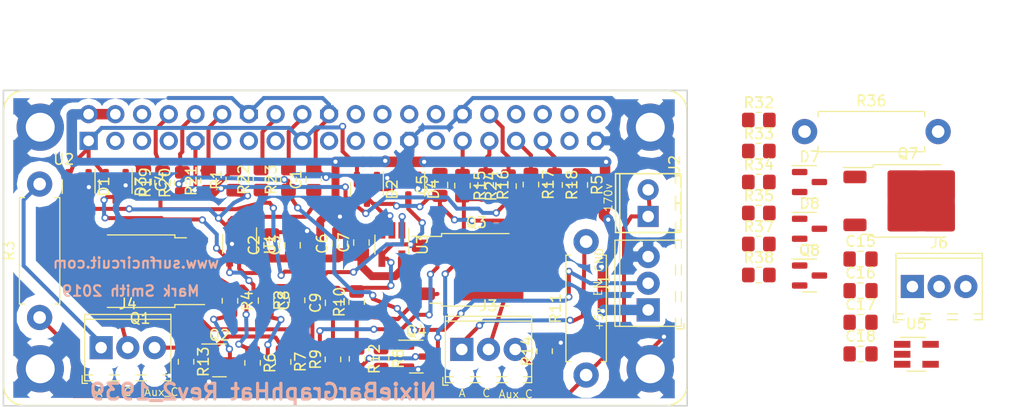
<source format=kicad_pcb>
(kicad_pcb (version 20221018) (generator pcbnew)
  (layers (0 "F.Cu" signal) (31 "B.Cu" signal) (34 "B.Paste" user) (35 "F.Paste" user) (36 "B.SilkS" user "B.Silkscreen") (37 "F.SilkS" user "F.Silkscreen") (38 "B.Mask" user) (39 "F.Mask" user) (44 "Edge.Cuts" user))
  (net 0 "")
  (net 1 "GND")
  (net 2 "+5V")
  (net 3 "+3V3")
  (net 4 "Net-(C8-Pad1)")
  (net 5 "Net-(C9-Pad1)")
  (net 6 "Net-(C9-Pad2)")
  (net 7 "N_ENABLE_SUPPLY")
  (net 8 "+170V")
  (net 9 "Net-(J3-Pad3)")
  (net 10 "Net-(J3-Pad1)")
  (net 11 "Net-(J3-Pad2)")
  (net 12 "Net-(J4-Pad3)")
  (net 13 "Net-(J4-Pad1)")
  (net 14 "Net-(J4-Pad2)")
  (net 15 "PWM_0")
  (net 16 "PWM_1")
  (net 17 "PWM_0_50Hz")
  (net 18 "PWM_1_50Hz")
  (net 19 "Net-(R15-Pad1)")
  (net 20 "Net-(R24-Pad2)")
  (net 21 "Net-(D1-common)")
  (net 22 "Net-(D2-common)")
  (net 23 "Net-(D3-common)")
  (net 24 "Net-(D4-common)")
  (net 25 "Net-(D7-common)")
  (net 26 "Net-(C17-Pad1)")
  (net 27 "Net-(D8-common)")
  (net 28 "Net-(Q3-D)")
  (net 29 "Net-(Q1-D)")
  (net 30 "Net-(J6-Pad1)")
  (net 31 "Net-(Q7-D)")
  (net 32 "Net-(J6-Pad3)")
  (net 33 "Net-(Q1-G)")
  (net 34 "Net-(Q1-S)")
  (net 35 "Net-(Q2-G)")
  (net 36 "Net-(Q2-D)")
  (net 37 "Net-(Q3-G)")
  (net 38 "Net-(Q3-S)")
  (net 39 "Net-(Q4-G)")
  (net 40 "Net-(Q4-D)")
  (net 41 "Net-(Q7-G)")
  (net 42 "Net-(Q7-S)")
  (net 43 "Net-(Q8-G)")
  (net 44 "Net-(Q8-D)")
  (net 45 "PWM_2")
  (net 46 "Net-(U2-P31)")
  (net 47 "Net-(U2-P33)")
  (net 48 "Net-(U2-P35)")
  (net 49 "Net-(U2-P8)")
  (net 50 "Net-(U2-P10)")
  (net 51 "Net-(U2-P12)")
  (net 52 "Net-(U2-P16)")
  (net 53 "Net-(U2-P18)")
  (net 54 "Net-(U2-P29)")
  (net 55 "PWM_2_50Hz")
  (net 56 "Net-(U2-P32)")
  (footprint "Capacitor_SMD:C_0805_2012Metric_Pad1.18x1.45mm_HandSolder" (layer "F.Cu") (at 132.8932 93.9518 90)
    (fp_text reference "C1")
    (fp_text value "3.3nF")
  )
  (footprint "Capacitor_SMD:C_0805_2012Metric_Pad1.18x1.45mm_HandSolder" (layer "F.Cu") (at 128.8927 100.2383 90)
    (fp_text reference "C2")
    (fp_text value "0.1uF")
  )
  (footprint "Capacitor_SMD:C_0805_2012Metric_Pad1.18x1.45mm_HandSolder" (layer "F.Cu") (at 130.8739 100.2383 90)
    (fp_text reference "C3")
    (fp_text value "1uF")
  )
  (footprint "Capacitor_SMD:C_0805_2012Metric_Pad1.18x1.45mm_HandSolder" (layer "F.Cu") (at 116.71 94.2 -90)
    (fp_text reference "C4")
    (fp_text value "1uF")
  )
  (footprint "Capacitor_SMD:C_0805_2012Metric_Pad1.18x1.45mm_HandSolder" (layer "F.Cu") (at 144.89 94.49 90)
    (fp_text reference "C5")
    (fp_text value "3.3nF")
  )
  (footprint "Capacitor_SMD:C_0805_2012Metric_Pad1.18x1.45mm_HandSolder" (layer "F.Cu") (at 135.3697 100.0859 90)
    (fp_text reference "C6")
    (fp_text value "0.1uF")
  )
  (footprint "Capacitor_SMD:C_0805_2012Metric_Pad1.18x1.45mm_HandSolder" (layer "F.Cu") (at 137.4271 99.9716 90)
    (fp_text reference "C7")
    (fp_text value "1uF")
  )
  (footprint "Capacitor_SMD:C_0805_2012Metric_Pad1.18x1.45mm_HandSolder" (layer "F.Cu") (at 128.36184 105.49864 -90)
    (fp_text reference "C8")
    (fp_text value "1nF")
  )
  (footprint "Capacitor_SMD:C_0805_2012Metric_Pad1.18x1.45mm_HandSolder" (layer "F.Cu") (at 134.73978 105.71708 90)
    (fp_text reference "C9")
    (fp_text value "1nF")
  )
  (footprint "Package_TO_SOT_SMD:SOT-23" (layer "F.Cu") (at 110.54 94.65 -90)
    (fp_text reference "D1")
    (fp_text value "BAV99")
  )
  (footprint "Package_TO_SOT_SMD:SOT-23" (layer "F.Cu") (at 137.95288 94.91192 -90)
    (fp_text reference "D2")
    (fp_text value "BAV99")
  )
  (footprint "Package_TO_SOT_SMD:SOT-23" (layer "F.Cu") (at 114.06 94.64 -90)
    (fp_text reference "D3")
    (fp_text value "BAV99")
  )
  (footprint "Package_TO_SOT_SMD:SOT-23" (layer "F.Cu") (at 141.8848 94.89668 -90)
    (fp_text reference "D4")
    (fp_text value "BAV99")
  )
  (footprint "TerminalBlock_Phoenix:TerminalBlock_Phoenix_MPT-0,5-3-2.54_1x03_P2.54mm_Horizontal" (layer "F.Cu") (at 164.69 106.39 90)
    (fp_text reference "J1")
    (fp_text value "Screw_Terminal_1x03")
  )
  (footprint "TerminalBlock_Phoenix:TerminalBlock_Phoenix_MPT-2.54mm_2pol" (layer "F.Cu") (at 164.69 97.49 90)
    (fp_text reference "J2")
    (fp_text value "Screw_Terminal_1x02")
  )
  (footprint "TerminalBlock_Phoenix:TerminalBlock_Phoenix_MPT-0,5-3-2.54_1x03_P2.54mm_Horizontal" (layer "F.Cu") (at 146.97 110.15)
    (fp_text reference "J3")
    (fp_text value "Screw_Terminal_1x03")
  )
  (footprint "TerminalBlock_Phoenix:TerminalBlock_Phoenix_MPT-0,5-3-2.54_1x03_P2.54mm_Horizontal" (layer "F.Cu") (at 112.6748 109.9792)
    (fp_text reference "J4")
    (fp_text value "Screw_Terminal_1x03")
  )
  (footprint "Package_TO_SOT_SMD:TO-252-2" (layer "F.Cu") (at 116.38 102.7 180)
    (fp_text reference "Q1")
    (fp_text value "FDD7N25LZTM")
  )
  (footprint "Package_TO_SOT_SMD:SOT-23" (layer "F.Cu") (at 123.927 111.19332)
    (fp_text reference "Q2")
    (fp_text value "2N7002")
  )
  (footprint "Package_TO_SOT_SMD:TO-252-2" (layer "F.Cu") (at 148.35672 102.57256)
    (fp_text reference "Q3")
    (fp_text value "FDD7N25LZTM")
  )
  (footprint "Package_TO_SOT_SMD:SOT-23" (layer "F.Cu") (at 142.6468 110.8301)
    (fp_text reference "Q4")
    (fp_text value "2N7002")
  )
  (footprint "Resistor_SMD:R_0805_2012Metric_Pad1.20x1.40mm_HandSolder" (layer "F.Cu") (at 125.29 93.99 90)
    (fp_text reference "R1")
    (fp_text value "1k")
  )
  (footprint "Resistor_SMD:R_0805_2012Metric_Pad1.20x1.40mm_HandSolder" (layer "F.Cu") (at 131.30824 105.47324 90)
    (fp_text reference "R2")
    (fp_text value "1k")
  )
  (footprint "Resistor_SMD:R_0805_2012Metric_Pad1.20x1.40mm_HandSolder" (layer "F.Cu") (at 124.92776 105.51896 -90)
    (fp_text reference "R4")
    (fp_text value "133")
  )
  (footprint "Resistor_SMD:R_0805_2012Metric_Pad1.20x1.40mm_HandSolder" (layer "F.Cu") (at 158.19 94.49 -90)
    (fp_text reference "R5")
    (fp_text value "1k")
  )
  (footprint "Resistor_SMD:R_0805_2012Metric_Pad1.20x1.40mm_HandSolder" (layer "F.Cu") (at 127.08 111.43 -90)
    (fp_text reference "R6")
    (fp_text value "1k")
  )
  (footprint "Resistor_SMD:R_0805_2012Metric_Pad1.20x1.40mm_HandSolder" (layer "F.Cu") (at 129.98 111.34 -90)
    (fp_text reference "R7")
    (fp_text value "1k")
  )
  (footprint "Resistor_SMD:R_0805_2012Metric_Pad1.20x1.40mm_HandSolder" (layer "F.Cu") (at 139.294 111.0206 -90)
    (fp_text reference "R8")
    (fp_text value "1k")
  )
  (footprint "Resistor_SMD:R_0805_2012Metric_Pad1.20x1.40mm_HandSolder" (layer "F.Cu") (at 134.722 111.0968 90)
    (fp_text reference "R9")
    (fp_text value "1k")
  )
  (footprint "Resistor_SMD:R_0805_2012Metric_Pad1.20x1.40mm_HandSolder" (layer "F.Cu") (at 136.97498 105.63326 90)
    (fp_text reference "R10")
    (fp_text value "1k")
  )
  (footprint "Resistor_SMD:R_0805_2012Metric_Pad1.20x1.40mm_HandSolder" (layer "F.Cu") (at 137.008 111.046 -90)
    (fp_text reference "R12")
    (fp_text value "133")
  )
  (footprint "Resistor_SMD:R_0805_2012Metric_Pad1.20x1.40mm_HandSolder" (layer "F.Cu") (at 120.752 111.3254 -90)
    (fp_text reference "R13")
    (fp_text value "220k")
  )
  (footprint "Resistor_SMD:R_0805_2012Metric_Pad1.20x1.40mm_HandSolder" (layer "F.Cu") (at 154.84 110.32 90)
    (fp_text reference "R14")
    (fp_text value "220k")
  )
  (footprint "Resistor_SMD:R_0805_2012Metric_Pad1.20x1.40mm_HandSolder" (layer "F.Cu") (at 147.03592 94.55848 -90)
    (fp_text reference "R15")
    (fp_text value "1k")
  )
  (footprint "Resistor_SMD:R_0805_2012Metric_Pad1.20x1.40mm_HandSolder" (layer "F.Cu") (at 149.2381 94.4899 -90)
    (fp_text reference "R16")
    (fp_text value "0")
  )
  (footprint "Resistor_SMD:R_0805_2012Metric_Pad1.20x1.40mm_HandSolder" (layer "F.Cu") (at 153.5434 94.4518 -90)
    (fp_text reference "R17")
    (fp_text value "0")
  )
  (footprint "Resistor_SMD:R_0805_2012Metric_Pad1.20x1.40mm_HandSolder" (layer "F.Cu") (at 155.7913 94.4899 -90)
    (fp_text reference "R18")
    (fp_text value "NU")
  )
  (footprint "Resistor_SMD:R_0805_2012Metric_Pad1.20x1.40mm_HandSolder" (layer "F.Cu") (at 118.52 94.27 90)
    (fp_text reference "R19")
    (fp_text value "0")
  )
  (footprint "Resistor_SMD:R_0805_2012Metric_Pad1.20x1.40mm_HandSolder" (layer "F.Cu") (at 120.4 94.29 90)
    (fp_text reference "R20")
    (fp_text value "1k")
  )
  (footprint "Resistor_SMD:R_0805_2012Metric_Pad1.20x1.40mm_HandSolder" (layer "F.Cu") (at 122.89 94.09 90)
    (fp_text reference "R21")
    (fp_text value "0")
  )
  (footprint "Resistor_SMD:R_0805_2012Metric_Pad1.20x1.40mm_HandSolder" (layer "F.Cu") (at 127.88 93.98 90)
    (fp_text reference "R22")
    (fp_text value "NU")
  )
  (footprint "Resistor_SMD:R_0805_2012Metric_Pad1.20x1.40mm_HandSolder" (layer "F.Cu") (at 130.49 93.98 90)
    (fp_text reference "R23")
    (fp_text value "NU")
  )
  (footprint "Resistor_SMD:R_0805_2012Metric_Pad1.20x1.40mm_HandSolder" (layer "F.Cu") (at 151.4098 94.6042 90)
    (fp_text reference "R24")
    (fp_text value "0")
  )
  (footprint "Package_TO_SOT_SMD:SOT-23-5_HandSoldering" (layer "F.Cu") (at 125.8447 100.124 -90)
    (fp_text reference "U1")
    (fp_text value "MCP6411")
  )
  (footprint "Package_TO_SOT_SMD:SOT-23-5_HandSoldering" (layer "F.Cu") (at 140.3227 100.1621 -90)
    (fp_text reference "U3")
    (fp_text value "MCP6411")
  )
  (footprint "Resistor_THT:R_Axial_DIN0411_L9.9mm_D3.6mm_P12.70mm_Horizontal" (layer "F.Cu") (at 106.8328 107.109 90)
    (fp_text reference "R3")
    (fp_text value "1k 2W")
  )
  (footprint "Resistor_THT:R_Axial_DIN0411_L9.9mm_D3.6mm_P12.70mm_Horizontal" (layer "F.Cu") (at 158.79 112.59 90)
    (fp_text reference "R11")
    (fp_text value "1k 2W")
  )
  (footprint "etaclock:Raspberry_Pi_Zero_40pins" (layer "F.Cu") (at 103.3911 85.4936)
    (fp_text reference "U2")
    (fp_text value "Raspberry_PI_Zero_Header")
  )
  (footprint "Package_TO_SOT_SMD:SOT-23" (layer "F.Cu") (at 180.031 98.663)
    (fp_text reference "D8")
    (fp_text value "BAV99")
  )
  (footprint "Capacitor_SMD:C_0805_2012Metric_Pad1.18x1.45mm_HandSolder" (layer "F.Cu") (at 184.881 104.553)
    (fp_text reference "C16")
    (fp_text value "0.1uF")
  )
  (footprint "Resistor_SMD:R_0805_2012Metric_Pad1.20x1.40mm_HandSolder" (layer "F.Cu") (at 175.211 94.213)
    (fp_text reference "R34")
    (fp_text value "1k")
  )
  (footprint "Resistor_SMD:R_0805_2012Metric_Pad1.20x1.40mm_HandSolder" (layer "F.Cu") (at 175.211 103.063)
    (fp_text reference "R38")
    (fp_text value "220k")
  )
  (footprint "Resistor_SMD:R_0805_2012Metric_Pad1.20x1.40mm_HandSolder" (layer "F.Cu") (at 175.211 97.163)
    (fp_text reference "R35")
    (fp_text value "1k")
  )
  (footprint "Resistor_THT:R_Axial_DIN0411_L9.9mm_D3.6mm_P12.70mm_Horizontal" (layer "F.Cu") (at 179.561 89.413)
    (fp_text reference "R36")
    (fp_text value "1k 2W")
  )
  (footprint "Package_TO_SOT_SMD:SOT-23" (layer "F.Cu") (at 180.031 94.213)
    (fp_text reference "D7")
    (fp_text value "BAV99")
  )
  (footprint "Capacitor_SMD:C_0805_2012Metric_Pad1.18x1.45mm_HandSolder" (layer "F.Cu") (at 184.881 110.573)
    (fp_text reference "C18")
    (fp_text value "1uF")
  )
  (footprint "Resistor_SMD:R_0805_2012Metric_Pad1.20x1.40mm_HandSolder" (layer "F.Cu") (at 175.211 88.313)
    (fp_text reference "R32")
    (fp_text value "0")
  )
  (footprint "TerminalBlock_Phoenix:TerminalBlock_Phoenix_MPT-0,5-3-2.54_1x03_P2.54mm_Horizontal" (layer "F.Cu") (at 189.811 104.163)
    (fp_text reference "J6")
    (fp_text value "Screw_Terminal_1x03")
  )
  (footprint "Package_TO_SOT_SMD:TO-252-2" (layer "F.Cu") (at 189.391 96.013)
    (fp_text reference "Q7")
    (fp_text value "FDD7N25LZTM")
  )
  (footprint "Capacitor_SMD:C_0805_2012Metric_Pad1.18x1.45mm_HandSolder" (layer "F.Cu") (at 184.881 107.563)
    (fp_text reference "C17")
    (fp_text value "1nF")
  )
  (footprint "Capacitor_SMD:C_0805_2012Metric_Pad1.18x1.45mm_HandSolder" (layer "F.Cu") (at 184.881 101.543)
    (fp_text reference "C15")
    (fp_text value "3.3nF")
  )
  (footprint "Resistor_SMD:R_0805_2012Metric_Pad1.20x1.40mm_HandSolder" (layer "F.Cu") (at 175.211 91.263)
    (fp_text reference "R33")
    (fp_text value "1k")
  )
  (footprint "Package_TO_SOT_SMD:SOT-23" (layer "F.Cu") (at 180.031 103.113)
    (fp_text reference "Q8")
    (fp_text value "2N7002")
  )
  (footprint "Resistor_SMD:R_0805_2012Metric_Pad1.20x1.40mm_HandSolder" (layer "F.Cu") (at 175.211 100.113)
    (fp_text reference "R37")
    (fp_text value "133")
  )
  (footprint "Package_TO_SOT_SMD:SOT-23-5_HandSoldering" (layer "F.Cu") (at 190.191 110.613)
    (fp_text reference "U5")
    (fp_text value "MCP6411")
  )
  (gr_line (start 168.4 115.51) (end 103.39 115.51) (stroke (width 0.15)) (layer "Edge.Cuts"))
  (gr_line (start 103.39 85.49) (end 168.33 85.49) (stroke (width 0.15)) (layer "Edge.Cuts"))
  (gr_line (start 103.39 115.51) (end 103.39 85.49) (stroke (width 0.15)) (layer "Edge.Cuts"))
  (gr_line (start 168.4 85.49) (end 168.4 115.51) (stroke (width 0.15)) (layer "Edge.Cuts"))
  (gr_line (start 168.33 85.49) (end 168.4 85.49) (stroke (width 0.15)) (layer "Edge.Cuts"))
  (gr_text "Mark Smith 2019" (at 115.49 104.59) (layer "B.SilkS") (effects (font (size 1 1) (thickness 0.2)) (justify mirror)))
  (gr_text "NixieBarGraphHat Rev2_1939" (at 128.09 114.19) (layer "B.SilkS") (effects (font (size 1.5 1.5) (thickness 0.3)) (justify mirror)))
  (gr_text "www.surfncircuit.com" (at 115.99 101.92) (layer "B.SilkS") (effects (font (size 1 1) (thickness 0.2)) (justify mirror)))
  (gr_text "Aux_C" (at 118.4 114.2) (layer "F.SilkS") (effects (font (size 0.75 0.75) (thickness 0.1))))
  (gr_text "A" (at 112.5 114.3) (layer "F.SilkS") (effects (font (size 0.75 0.75) (thickness 0.1))))
  (gr_text "C" (at 149.3 114.3) (layer "F.SilkS") (effects (font (size 0.75 0.75) (thickness 0.1))))
  (gr_text "EN" (at 159.92 104.34 90) (layer "F.SilkS") (effects (font (size 0.75 0.75) (thickness 0.1))))
  (gr_text "C" (at 115.2 114.2) (layer "F.SilkS") (effects (font (size 0.75 0.75) (thickness 0.1))))
  (gr_text "170v" (at 160.9 95.7 90) (layer "F.SilkS") (effects (font (size 0.75 0.75) (thickness 0.1))))
  (gr_text "GND" (at 160.04 101.64 90) (layer "F.SilkS") (effects (font (size 0.75 0.75) (thickness 0.1))))
  (gr_text "Aux_C" (at 152.1 114.4) (layer "F.SilkS") (effects (font (size 0.75 0.75) (thickness 0.1))))
  (gr_text "+5v" (at 160 107.25 90) (layer "F.SilkS") (effects (font (size 0.75 0.75) (thickness 0.1))))
  (gr_text "A" (at 147 114.3) (layer "F.SilkS") (effects (font (size 0.75 0.75) (thickness 0.1))))
  (segment (start 119.21402 112.68302) (end 119.1772 112.6462) (width 0.381) (layer "F.Cu") (net 1))
  (segment (start 134.3511 88.10986) (end 133.07608 89.38488) (width 0.381) (layer "F.Cu") (net 1))
  (segment (start 133.07608 89.38488) (end 133.07608 92.51892) (width 0.381) (layer "F.Cu") (net 1))
  (segment (start 133.07608 92.51892) (end 132.8932 92.7018) (width 0.381) (layer "F.Cu") (net 1))
  (segment (start 122.927 113.19814) (end 122.93386 113.205) (width 0.381) (layer "F.Cu") (net 1))
  (segment (start 130.8739 98.9883) (end 130.99042 98.87178) (width 0.381) (layer "F.Cu") (net 1))
  (segment (start 130.99042 98.87178) (end 132.25312 98.87178) (width 0.381) (layer "F.Cu") (net 1))
  (segment (start 125.8447 99.47122) (end 125.2097 100.10622) (width 0.381) (layer "F.Cu") (net 1))
  (segment (start 125.2097 100.10622) (end 125.11826 100.10622) (width 0.381) (layer "F.Cu") (net 1))
  (segment (start 121.63078 94.93738) (end 121.58004 94.98812) (width 0.381) (layer "F.Cu") (net 1))
  (segment (start 132.8932 92.73768) (end 134.0616 93.774) (width 0.381) (layer "F.Cu") (net 1))
  (segment (start 139.80632 93.91192) (end 139.88328 93.83496) (width 0.381) (layer "F.Cu") (net 1))
  (segment (start 144.23332 93.89668) (end 144.89 93.24) (width 0.381) (layer "F.Cu") (net 1))
  (segment (start 142.8348 94.8306) (end 142.8246 94.8408) (width 0.381) (layer "F.Cu") (net 1))
  (segment (start 135.484 98.7216) (end 135.3697 98.8359) (width 0.381) (layer "F.Cu") (net 1))
  (segment (start 135.4205 97.5459) (end 135.3824 97.5078) (width 0.381) (layer "F.Cu") (net 1))
  (segment (start 140.1195 97.4443) (end 140.1322 97.4316) (width 0.381) (layer "F.Cu") (net 1))
  (segment (start 142.7898 112.0272) (end 142.8246 112.062) (width 0.381) (layer "F.Cu") (net 1))
  (segment (start 165.0026 110.1278) (end 166.1926 108.9378) (width 0.381) (layer "F.Cu") (net 1))
  (segment (start 111.49 94.68) (end 111.51 94.7) (width 0.381) (layer "F.Cu") (net 1))
  (segment (start 115.01 94.53) (end 115.93 95.45) (width 0.381) (layer "F.Cu") (net 1))
  (segment (start 115.93 95.45) (end 116.71 95.45) (width 0.381) (layer "F.Cu") (net 1))
  (segment (start 156.35 109.54) (end 156.38 109.51) (width 0.381) (layer "F.Cu") (net 1))
  (segment (start 142.8348 93.89668) (end 142.8348 94.8306) (width 0.381) (layer "F.Cu") (net 1))
  (segment (start 115.01 93.64) (end 115.01 94.53) (width 0.381) (layer "F.Cu") (net 1))
  (segment (start 138.90288 93.91192) (end 139.80632 93.91192) (width 0.381) (layer "F.Cu") (net 1))
  (segment (start 132.8932 92.7018) (end 132.8932 92.73768) (width 0.381) (layer "F.Cu") (net 1))
  (segment (start 121.6511 90.2936) (end 121.63078 94.93738) (width 0.381) (layer "F.Cu") (net 1))
  (segment (start 134.3511 87.7536) (end 134.3511 87.89638) (width 0.381) (layer "F.Cu") (net 1))
  (segment (start 140.3227 98.8121) (end 140.1195 97.4443) (width 0.381) (layer "F.Cu") (net 1))
  (segment (start 142.8348 93.89668) (end 144.23332 93.89668) (width 0.381) (layer "F.Cu") (net 1))
  (segment (start 111.49 93.65) (end 111.49 94.68) (width 0.381) (layer "F.Cu") (net 1))
  (segment (start 164.9988 110.1278) (end 165.0026 110.1278) (width 0.381) (layer "F.Cu") (net 1))
  (segment (start 137.4271 98.7216) (end 135.484 98.7216) (width 0.381) (layer "F.Cu") (net 1))
  (segment (start 128.8927 98.9883) (end 130.8739 98.9883) (width 0.381) (layer "F.Cu") (net 1))
  (segment (start 164.9988 112.8278) (end 163.631 112.8278) (width 0.381) (layer "F.Cu") (net 1))
  (segment (start 120.97552 112.6754) (end 119.21402 112.68302) (width 0.381) (layer "F.Cu") (net 1))
  (segment (start 134.3511 87.7536) (end 134.3511 88.10986) (width 0.381) (layer "F.Cu") (net 1))
  (segment (start 154.84 108.97) (end 156.35 109.54) (width 0.381) (layer "F.Cu") (net 1))
  (segment (start 137.4271 98.7216) (end 135.4205 97.5459) (width 0.381) (layer "F.Cu") (net 1))
  (segment (start 125.8447 98.774) (end 125.8447 99.47122) (width 0.381) (layer "F.Cu") (net 1))
  (segment (start 141.6468 111.7801) (end 142.7898 112.0272) (width 0.381) (layer "F.Cu") (net 1))
  (segment (start 122.927 112.14332) (end 122.927 113.19814) (width 0.381) (layer "F.Cu") (net 1))
  (via (at 156.38 109.51) (size 0.6858) (drill 0.4) (layers "F.Cu" "B.Cu") (net 1))
  (via (at 111.51 94.7) (size 0.6858) (drill 0.4) (layers "F.Cu" "B.Cu") (net 1))
  (via (at 134.0616 93.774) (size 0.6858) (drill 0.4) (layers "F.Cu" "B.Cu") (net 1))
  (via (at 142.8246 94.8408) (size 0.6858) (drill 0.4) (layers "F.Cu" "B.Cu") (net 1))
  (via (at 140.1322 97.4316) (size 0.6858) (drill 0.4) (layers "F.Cu" "B.Cu") (net 1))
  (via (at 119.1772 112.6462) (size 0.6858) (drill 0.4) (layers "F.Cu" "B.Cu") (net 1))
  (via (at 122.93386 113.205) (size 0.6858) (drill 0.4) (layers "F.Cu" "B.Cu") (net 1))
  (via (at 139.88328 93.83496) (size 0.6858) (drill 0.4) (layers "F.Cu" "B.Cu") (net 1))
  (via (at 135.3824 97.5078) (size 0.6858) (drill 0.4) (layers "F.Cu" "B.Cu") (net 1))
  (via (at 132.25312 98.87178) (size 0.6858) (drill 0.4) (layers "F.Cu" "B.Cu") (net 1))
  (via (at 166.1926 108.9378) (size 0.6858) (drill 0.4) (layers "F.Cu" "B.Cu") (net 1))
  (via (at 142.8246 112.062) (size 0.6858) (drill 0.4) (layers "F.Cu" "B.Cu") (net 1))
  (via (at 125.11826 100.10622) (size 0.6858) (drill 0.4) (layers "F.Cu" "B.Cu") (net 1))
  (via (at 121.58004 94.98812) (size 0.6858) (drill 0.4) (layers "F.Cu" "B.Cu") (net 1))
  (via (at 115.01 94.53) (size 0.6858) (drill 0.4) (layers "F.Cu" "B.Cu") (net 1))
  (segment (start 141.9711 91.3089) (end 141.49 91.79) (width 1) (layer "B.Cu") (net 1))
  (segment (start 141.49 91.79) (end 141.49 92.69) (width 1) (layer "B.Cu") (net 1))
  (segment (start 119.1772 112.6462) (end 119.12132 112.59032) (width 0.381) (layer "B.Cu") (net 1))
  (segment (start 119.12132 112.59032) (end 118.92574 112.59032) (width 0.381) (layer "B.Cu") (net 1))
  (segment (start 146.8638 87.7536) (end 145.60336 89.01404) (width 0.381) (layer "B.Cu") (net 1))
  (segment (start 145.60336 89.01404) (end 143.25066 89.01404) (width 0.381) (layer "B.Cu") (net 1))
  (segment (start 143.25066 89.01404) (end 141.9711 90.2936) (width 0.381) (layer "B.Cu") (net 1))
  (segment (start 147.0511 87.1853) (end 148.0189 86.2175) (width 0.381) (layer "B.Cu") (net 1))
  (segment (start 148.0189 86.2175) (end 161.2015 86.2175) (width 0.381) (layer "B.Cu") (net 1))
  (segment (start 161.2015 86.2175) (end 161.4301 86.4461) (width 0.381) (layer "B.Cu") (net 1))
  (segment (start 126.64928 87.7536) (end 126.06568 87.17) (width 0.381) (layer "B.Cu") (net 1))
  (segment (start 125.11064 86.21496) (end 119.0756 86.21496) (width 0.381) (layer "B.Cu") (net 1))
  (segment (start 122.93386 113.205) (end 122.95672 113.22786) (width 0.381) (layer "B.Cu") (net 1))
  (segment (start 122.95672 113.22786) (end 123.04816 113.22786) (width 0.381) (layer "B.Cu") (net 1))
  (segment (start 132.25312 98.87178) (end 132.39282 99.01148) (width 0.381) (layer "B.Cu") (net 1))
  (segment (start 132.39282 99.01148) (end 132.39282 99.59822) (width 0.381) (layer "B.Cu") (net 1))
  (segment (start 125.11826 100.10622) (end 124.84394 100.10622) (width 0.381) (layer "B.Cu") (net 1))
  (segment (start 126.7311 87.69826) (end 126.06568 87.03284) (width 0.381) (layer "B.Cu") (net 1))
  (segment (start 126.06568 87.03284) (end 126.06568 87.17) (width 0.381) (layer "B.Cu") (net 1))
  (segment (start 126.06568 87.17) (end 125.11064 86.21496) (width 0.381) (layer "B.Cu") (net 1))
  (segment (start 139.88328 93.83496) (end 139.88328 94.03816) (width 0.381) (layer "B.Cu") (net 1))
  (segment (start 139.88328 94.03816) (end 139.9036 94.03816) (width 0.381) (layer "B.Cu") (net 1))
  (segment (start 126.7311 87.6298) (end 128.14594 86.21496) (width 0.381) (layer "B.Cu") (net 1))
  (segment (start 128.14594 86.21496) (end 133.73394 86.21496) (width 0.381) (layer "B.Cu") (net 1))
  (segment (start 133.73394 86.21496) (end 134.3511 86.83212) (width 0.381) (layer "B.Cu") (net 1))
  (segment (start 134.3511 86.83212) (end 134.3511 87.7536) (width 0.381) (layer "B.Cu") (net 1))
  (segment (start 142.8246 94.8408) (end 142.9008 94.917) (width 0.381) (layer "B.Cu") (net 1))
  (segment (start 142.9008 94.917) (end 142.9008 94.9932) (width 0.381) (layer "B.Cu") (net 1))
  (segment (start 142.8246 112.062) (end 142.7738 112.1128) (width 0.381) (layer "B.Cu") (net 1))
  (segment (start 142.7738 112.1128) (end 142.7738 112.2398) (width 0.381) (layer "B.Cu") (net 1))
  (segment (start 162.8476 101.31) (end 162.8398 101.3178) (width 0.8) (layer "B.Cu") (net 1))
  (segment (start 164.69 99.8994) (end 164.694 99.8954) (width 0.8) (layer "B.Cu") (net 1))
  (segment (start 111.51 94.7) (end 111.54 94.73) (width 0.381) (layer "B.Cu") (net 1))
  (segment (start 111.54 94.73) (end 111.56 94.73) (width 0.381) (layer "B.Cu") (net 1))
  (segment (start 115.01 94.53) (end 115.06 94.58) (width 0.381) (layer "B.Cu") (net 1))
  (segment (start 115.06 94.58) (end 115.06 94.72) (width 0.381) (layer "B.Cu") (net 1))
  (segment (start 115.06 94.72) (end 115.08 94.74) (width 0.381) (layer "B.Cu") (net 1))
  (segment (start 156.38 109.51) (end 156.39 109.5) (width 0.381) (layer "B.Cu") (net 1))
  (segment (start 156.39 109.5) (end 156.72 109.5) (width 0.381) (layer "B.Cu") (net 1))
  (segment (start 147.0511 87.7536) (end 147.0511 87.1853) (width 0.381) (layer "B.Cu") (net 1))
  (segment (start 147.0511 87.7536) (end 146.8638 87.7536) (width 0.381) (layer "B.Cu") (net 1))
  (segment (start 126.7311 87.7536) (end 126.7311 87.6298) (width 0.381) (layer "B.Cu") (net 1))
  (segment (start 141.9711 90.2936) (end 141.9711 91.3089) (width 1) (layer "B.Cu") (net 1))
  (segment (start 164.69 101.31) (end 162.8476 101.31) (width 0.8) (layer "B.Cu") (net 1))
  (segment (start 126.7311 87.7536) (end 126.64928 87.7536) (width 0.381) (layer "B.Cu") (net 1))
  (segment (start 126.7311 87.7536) (end 126.7311 87.69826) (width 0.381) (layer "B.Cu") (net 1))
  (segment (start 164.69 101.31) (end 164.69 99.8994) (width 0.8) (layer "B.Cu") (net 1))
  (segment (start 139.69 92.19) (end 139.79 92.29) (width 1) (layer "F.Cu") (net 2))
  (segment (start 139.79 92.29) (end 143.39 92.29) (width 1) (layer "F.Cu") (net 2))
  (segment (start 160.69 92.29) (end 160.59 92.39) (width 1) (layer "F.Cu") (net 2))
  (segment (start 160.59 92.39) (end 160.59 96.79) (width 1) (layer "F.Cu") (net 2))
  (segment (start 160.59 96.79) (end 160.49 96.89) (width 1) (layer "F.Cu") (net 2))
  (segment (start 160.49 96.89) (end 160.49 96.99) (width 1) (layer "F.Cu") (net 2))
  (segment (start 160.49 97.39) (end 160.89 97.79) (width 1) (layer "F.Cu") (net 2))
  (segment (start 160.29 102.29) (end 160.39 102.39) (width 1) (layer "F.Cu") (net 2))
  (segment (start 160.39 102.39) (end 160.39 106.49) (width 1) (layer "F.Cu") (net 2))
  (segment (start 128.8784 101.474) (end 128.8927 101.4883) (width 0.75) (layer "F.Cu") (net 2))
  (segment (start 128.8927 101.4883) (end 130.8739 101.4883) (width 0.75) (layer "F.Cu") (net 2))
  (segment (start 135.2173 101.4883) (end 135.3697 101.3359) (width 0.75) (layer "F.Cu") (net 2))
  (segment (start 137.3128 101.3359) (end 137.4271 101.2216) (width 0.75) (layer "F.Cu") (net 2))
  (segment (start 141.2727 102.53696) (end 140.63512 103.17454) (width 0.75) (layer "F.Cu") (net 2))
  (segment (start 140.63512 103.17454) (end 138.39992 103.17454) (width 0.75) (layer "F.Cu") (net 2))
  (segment (start 138.39992 103.17454) (end 137.4271 102.20172) (width 0.75) (layer "F.Cu") (net 2))
  (segment (start 137.4271 102.20172) (end 137.4271 101.2216) (width 0.75) (layer "F.Cu") (net 2))
  (segment (start 133.51042 101.4883) (end 135.2173 101.4883) (width 0.75) (layer "F.Cu") (net 2))
  (segment (start 133.51042 97.92182) (end 134.9633 96.46894) (width 0.75) (layer "F.Cu") (net 2))
  (segment (start 134.9633 96.46894) (end 134.9633 92.27794) (width 0.75) (layer "F.Cu") (net 2))
  (segment (start 141.2727 101.5121) (end 141.2727 102.53696) (width 0.75) (layer "F.Cu") (net 2))
  (segment (start 133.51042 101.4883) (end 133.51042 97.92182) (width 0.75) (layer "F.Cu") (net 2))
  (segment (start 114.0311 87.7536) (end 111.4911 87.7536) (width 1) (layer "F.Cu") (net 2))
  (segment (start 160.49 96.89) (end 160.49 97.39) (width 1) (layer "F.Cu") (net 2))
  (segment (start 135.3697 101.3359) (end 137.3128 101.3359) (width 0.75) (layer "F.Cu") (net 2))
  (segment (start 126.7947 101.474) (end 128.8784 101.474) (width 0.75) (layer "F.Cu") (net 2))
  (segment (start 130.8739 101.4883) (end 133.51042 101.4883) (width 0.75) (layer "F.Cu") (net 2))
  (via (at 160.69 92.29) (size 0.6858) (drill 0.4) (layers "F.Cu" "B.Cu") (net 2))
  (via (at 160.89 97.79) (size 0.6858) (drill 0.4) (layers "F.Cu" "B.Cu") (net 2))
  (via (at 160.39 106.49) (size 0.6858) (drill 0.4) (layers "F.Cu" "B.Cu") (net 2))
  (via (at 134.9633 92.27794) (size 0.6858) (drill 0.4) (layers "F.Cu" "B.Cu") (net 2))
  (via (at 143.39 92.29) (size 0.6858) (drill 0.4) (layers "F.Cu" "B.Cu") (net 2))
  (via (at 160.29 102.29) (size 0.6858) (drill 0.4) (layers "F.Cu" "B.Cu") (net 2))
  (via (at 139.69 92.19) (size 0.6858) (drill 0.4) (layers "F.Cu" "B.Cu") (net 2))
  (segment (start 109.9536 87.7786) (end 109.89 87.8422) (width 1) (layer "B.Cu") (net 2))
  (segment (start 109.89 87.8422) (end 109.89 91.615) (width 1) (layer "B.Cu") (net 2))
  (segment (start 109.89 91.615) (end 110.09 92.29) (width 1) (layer "B.Cu") (net 2))
  (segment (start 137.59 92.29) (end 138.29 92.29) (width 1) (layer "B.Cu") (net 2))
  (segment (start 139.59 92.29) (end 139.69 92.19) (width 1) (layer "B.Cu") (net 2))
  (segment (start 143.39 92.29) (end 160.69 92.29) (width 1) (layer "B.Cu") (net 2))
  (segment (start 160.89 97.79) (end 161.4428 99.1842) (width 1) (layer "B.Cu") (net 2))
  (segment (start 161.4428 99.1842) (end 161.265 100.7844) (width 1) (layer "B.Cu") (net 2))
  (segment (start 161.265 100.7844) (end 160.29 102.29) (width 1) (layer "B.Cu") (net 2))
  (segment (start 160.39 106.49) (end 160.49 106.39) (width 1) (layer "B.Cu") (net 2))
  (segment (start 160.49 106.39) (end 164.69 106.39) (width 1) (layer "B.Cu") (net 2))
  (segment (start 134.9633 92.27794) (end 134.9633 92.29) (width 0.75) (layer "B.Cu") (net 2))
  (segment (start 134.9633 92.29) (end 134.9633 92.27794) (width 0.75) (layer "B.Cu") (net 2))
  (segment (start 134.9633 92.27794) (end 134.9633 92.29) (width 0.75) (layer "B.Cu") (net 2))
  (segment (start 134.9633 92.29) (end 137.59 92.29) (width 1) (layer "B.Cu") (net 2))
  (segment (start 110.10206 92.27794) (end 110.09 92.29) (width 0.75) (layer "B.Cu") (net 2))
  (segment (start 134.9633 92.27794) (end 110.10206 92.27794) (width 0.75) (layer "B.Cu") (net 2))
  (segment (start 138.29 92.29) (end 139.59 92.29) (width 1) (layer "B.Cu") (net 2))
  (segment (start 109.9536 87.7786) (end 111.4911 87.7536) (width 1) (layer "B.Cu") (net 2))
  (segment (start 111.4911 90.97498) (end 110.15254 92.31354) (width 0.381) (layer "F.Cu") (net 3))
  (segment (start 110.15254 92.31354) (end 109.61 93.72) (width 0.381) (layer "F.Cu") (net 3))
  (segment (start 111.4911 92.22454) (end 111.50628 92.20936) (width 0.381) (layer "F.Cu") (net 3))
  (segment (start 111.50628 92.20936) (end 112.006551 92.3217) (width 0.381) (layer "F.Cu") (net 3))
  (segment (start 112.006551 92.3217) (end 113.11 93.64) (width 0.381) (layer "F.Cu") (net 3))
  (segment (start 137.00288 92.66144) (end 135.6364 91.29496) (width 0.381) (layer "F.Cu") (net 3))
  (segment (start 135.6364 91.29496) (end 135.6364 88.91752) (width 0.381) (layer "F.Cu") (net 3))
  (segment (start 140.9348 94.2922) (end 140.3354 94.8916) (width 0.381) (layer "F.Cu") (net 3))
  (segment (start 140.3354 94.8916) (end 137.98256 94.8916) (width 0.381) (layer "F.Cu") (net 3))
  (segment (start 137.98256 94.8916) (end 137.00288 93.91192) (width 0.381) (layer "F.Cu") (net 3))
  (segment (start 116.41 92.95) (end 115.7817 92.3217) (width 0.381) (layer "F.Cu") (net 3))
  (segment (start 115.7817 92.3217) (end 112.006551 92.3217) (width 0.381) (layer "F.Cu") (net 3))
  (segment (start 140.9348 93.89668) (end 140.9348 94.2922) (width 0.381) (layer "F.Cu") (net 3))
  (segment (start 111.4911 90.2936) (end 111.4911 90.97498) (width 0.381) (layer "F.Cu") (net 3))
  (segment (start 137.00288 93.91192) (end 137.00288 92.66144) (width 0.381) (layer "F.Cu") (net 3))
  (segment (start 116.71 92.95) (end 116.41 92.95) (width 0.381) (layer "F.Cu") (net 3))
  (segment (start 111.4911 90.2936) (end 111.4911 90.6905) (width 0.381) (layer "F.Cu") (net 3))
  (segment (start 111.4911 90.2936) (end 111.4911 92.22454) (width 0.381) (layer "F.Cu") (net 3))
  (via (at 135.6364 88.91752) (size 0.6858) (drill 0.4) (layers "F.Cu" "B.Cu") (net 3))
  (segment (start 135.6364 88.91752) (end 135.5348 89.01912) (width 0.381) (layer "B.Cu") (net 3))
  (segment (start 135.5348 89.01912) (end 133.08558 89.01912) (width 0.381) (layer "B.Cu") (net 3))
  (segment (start 133.08558 89.01912) (end 131.8111 90.2936) (width 0.381) (layer "B.Cu") (net 3))
  (segment (start 131.79024 90.2936) (end 130.5564 89.05976) (width 0.381) (layer "B.Cu") (net 3))
  (segment (start 130.5564 89.05976) (end 112.72494 89.05976) (width 0.381) (layer "B.Cu") (net 3))
  (segment (start 112.72494 89.05976) (end 111.4911 90.2936) (width 0.381) (layer "B.Cu") (net 3))
  (segment (start 131.8111 90.2936) (end 131.79024 90.2936) (width 0.381) (layer "B.Cu") (net 3))
  (segment (start 128.50248 104.108) (end 128.36184 104.24864) (width 0.381) (layer "F.Cu") (net 4))
  (segment (start 128.36184 103.5276) (end 127.7116 102.87736) (width 0.381) (layer "F.Cu") (net 4))
  (segment (start 127.7116 102.87736) (end 126.22824 102.87736) (width 0.381) (layer "F.Cu") (net 4))
  (segment (start 126.22824 102.87736) (end 125.80152 102.45064) (width 0.381) (layer "F.Cu") (net 4))
  (segment (start 125.80152 102.45064) (end 125.80152 100.39832) (width 0.381) (layer "F.Cu") (net 4))
  (segment (start 125.80152 100.39832) (end 126.10632 100.09352) (width 0.381) (layer "F.Cu") (net 4))
  (segment (start 126.10632 100.09352) (end 126.75656 100.09352) (width 0.381) (layer "F.Cu") (net 4))
  (segment (start 126.75656 100.09352) (end 126.7947 100.05538) (width 0.381) (layer "F.Cu") (net 4))
  (segment (start 126.7947 100.05538) (end 126.7947 98.774) (width 0.381) (layer "F.Cu") (net 4))
  (segment (start 131.30824 104.12324) (end 128.50248 104.108) (width 0.381) (layer "F.Cu") (net 4))
  (segment (start 128.36184 104.24864) (end 128.36184 103.5276) (width 0.381) (layer "F.Cu") (net 4))
  (segment (start 134.722 106.98486) (end 134.73978 106.96708) (width 0.381) (layer "F.Cu") (net 5))
  (segment (start 134.04668 106.96708) (end 133.6044 106.5248) (width 0.381) (layer "F.Cu") (net 5))
  (segment (start 133.6044 106.5248) (end 133.6044 103.3752) (width 0.381) (layer "F.Cu") (net 5))
  (segment (start 133.6044 103.3752) (end 134.1886 102.791) (width 0.381) (layer "F.Cu") (net 5))
  (segment (start 134.1886 102.791) (end 136.6778 102.791) (width 0.381) (layer "F.Cu") (net 5))
  (segment (start 141.3006 97.5078) (end 141.2727 97.5357) (width 0.381) (layer "F.Cu") (net 5))
  (segment (start 141.2727 97.5357) (end 141.2727 98.8121) (width 0.381) (layer "F.Cu") (net 5))
  (segment (start 134.722 109.7468) (end 134.722 106.98486) (width 0.381) (layer "F.Cu") (net 5))
  (segment (start 134.73978 106.96708) (end 134.04668 106.96708) (width 0.381) (layer "F.Cu") (net 5))
  (via (at 136.6778 102.791) (size 0.6858) (drill 0.4) (layers "F.Cu" "B.Cu") (net 5))
  (via (at 141.3006 97.5078) (size 0.6858) (drill 0.4) (layers "F.Cu" "B.Cu") (net 5))
  (segment (start 136.6778 102.791) (end 139.8274 100.1494) (width 0.381) (layer "B.Cu") (net 5))
  (segment (start 139.8274 100.1494) (end 140.7164 100.1494) (width 0.381) (layer "B.Cu") (net 5))
  (segment (start 140.7164 100.1494) (end 141.3006 100.1494) (width 0.381) (layer "B.Cu") (net 5))
  (segment (start 141.3006 100.1494) (end 141.3006 97.5078) (width 0.381) (layer "B.Cu") (net 5))
  (segment (start 136.79116 104.46708) (end 136.97498 104.28326) (width 0.381) (layer "F.Cu") (net 6))
  (segment (start 140.01154 104.28326) (end 140.2338 104.061) (width 0.381) (layer "F.Cu") (net 6))
  (segment (start 140.2338 101.8766) (end 139.8693 101.5121) (width 0.381) (layer "F.Cu") (net 6))
  (segment (start 139.8693 101.5121) (end 139.3727 101.5121) (width 0.381) (layer "F.Cu") (net 6))
  (segment (start 139.3727 101.1629) (end 140.3862 100.1494) (width 0.381) (layer "F.Cu") (net 6))
  (segment (start 140.3862 100.1494) (end 142.1134 100.1494) (width 0.381) (layer "F.Cu") (net 6))
  (segment (start 143.2056 98.092) (end 141.8848 96.7712) (width 0.381) (layer "F.Cu") (net 6))
  (segment (start 141.8848 96.7712) (end 141.8848 95.89668) (width 0.381) (layer "F.Cu") (net 6))
  (segment (start 139.3727 101.5121) (end 139.3727 101.1629) (width 0.381) (layer "F.Cu") (net 6))
  (segment (start 136.97498 104.28326) (end 140.01154 104.28326) (width 0.381) (layer "F.Cu") (net 6))
  (segment (start 134.73978 104.46708) (end 136.79116 104.46708) (width 0.381) (layer "F.Cu") (net 6))
  (via (at 143.2056 98.092) (size 0.6858) (drill 0.4) (layers "F.Cu" "B.Cu") (net 6))
  (via (at 142.1134 100.1494) (size 0.6858) (drill 0.4) (layers "F.Cu" "B.Cu") (net 6))
  (via (at 140.2338 101.8766) (size 0.6858) (drill 0.4) (layers "F.Cu" "B.Cu") (net 6))
  (via (at 140.2338 104.061) (size 0.6858) (drill 0.4) (layers "F.Cu" "B.Cu") (net 6))
  (segment (start 140.2338 104.061) (end 140.2338 101.8766) (width 0.381) (layer "B.Cu") (net 6))
  (segment (start 142.1134 100.1494) (end 143.2056 99.0572) (width 0.381) (layer "B.Cu") (net 6))
  (segment (start 143.2056 99.0572) (end 143.2056 98.092) (width 0.381) (layer "B.Cu") (net 6))
  (segment (start 130.4548 94.08388) (end 130.09 93.98) (width 0.381) (layer "F.Cu") (net 7))
  (segment (start 120.07128 94.40138) (end 120.19 94.5201) (width 0.381) (layer "F.Cu") (net 7))
  (segment (start 120.19 94.5201) (end 120.19 95.64) (width 0.381) (layer "F.Cu") (net 7))
  (segment (start 140.84 106.26) (end 138.5066 105.331) (width 0.381) (layer "F.Cu") (net 7))
  (segment (start 138.5066 105.331) (end 138.5066 105.0008) (width 0.381) (layer "F.Cu") (net 7))
  (segment (start 131.3692 96.6696) (end 130.4548 95.2472) (width 0.381) (layer "F.Cu") (net 7))
  (segment (start 130.4548 95.2472) (end 130.4548 95.1875) (width 0.381) (layer "F.Cu") (net 7))
  (segment (start 157.1502 102.7148) (end 157.1502 105.1532) (width 0.381) (layer "F.Cu") (net 7))
  (segment (start 146.89 106.72) (end 145.3326 108.2774) (width 0.381) (layer "F.Cu") (net 7))
  (segment (start 145.3326 108.2774) (end 142.5 108.31) (width 0.381) (layer "F.Cu") (net 7))
  (segment (start 130.4548 95.1875) (end 130.4548 94.08388) (width 0.381) (layer "F.Cu") (net 7))
  (via (at 157.1502 102.7148) (size 0.6858) (drill 0.4) (layers "F.Cu" "B.Cu") (net 7))
  (via (at 146.89 106.72) (size 0.6858) (drill 0.4) (layers "F.Cu" "B.Cu") (net 7))
  (via (at 120.07128 94.40138) (size 0.6858) (drill 0.4) (layers "F.Cu" "B.Cu") (net 7))
  (via (at 140.84 106.26) (size 0.6858) (drill 0.4) (layers "F.Cu" "B.Cu") (net 7))
  (via (at 157.1502 105.1532) (size 0.6858) (drill 0.4) (layers "F.Cu" "B.Cu") (net 7))
  (via (at 131.3692 96.6696) (size 0.6858) (drill 0.4) (layers "F.Cu" "B.Cu") (net 7))
  (via (at 142.5 108.31) (size 0.6858) (drill 0.4) (layers "F.Cu" "B.Cu") (net 7))
  (via (at 130.09 93.98) (size 0.6858) (drill 0.4) (layers "F.Cu" "B.Cu") (net 7))
  (via (at 138.5066 105.0008) (size 0.6858) (drill 0.4) (layers "F.Cu" "B.Cu") (net 7))
  (segment (start 130.09 93.98) (end 130.06206 94.00794) (width 0.381) (layer "B.Cu") (net 7))
  (segment (start 130.06206 94.00794) (end 123.06086 93.7867) (width 0.381) (layer "B.Cu") (net 7))
  (segment (start 123.06086 93.7867) (end 123.03292 93.7867) (width 0.381) (layer "B.Cu") (net 7))
  (segment (start 120.68596 93.7867) (end 120.07128 94.40138) (width 0.381) (layer "B.Cu") (net 7))
  (segment (start 142.5 108.31) (end 140.7638 106.26) (width 0.381) (layer "B.Cu") (net 7))
  (segment (start 140.7638 106.26) (end 140.84 106.26) (width 0.381) (layer "B.Cu") (net 7))
  (segment (start 138.5066 105.0008) (end 138.2018 104.696) (width 0.381) (layer "B.Cu") (net 7))
  (segment (start 138.2018 104.696) (end 136.6524 104.696) (width 0.381) (layer "B.Cu") (net 7))
  (segment (start 136.6524 104.696) (end 134.849 102.8926) (width 0.381) (layer "B.Cu") (net 7))
  (segment (start 134.849 102.8926) (end 134.849 99.6414) (width 0.381) (layer "B.Cu") (net 7))
  (segment (start 134.849 99.6414) (end 131.3692 96.6696) (width 0.381) (layer "B.Cu") (net 7))
  (segment (start 159.1822 103.85) (end 157.1502 102.7148) (width 0.381) (layer "B.Cu") (net 7))
  (segment (start 157.1502 105.1532) (end 156.7946 105.5088) (width 0.381) (layer "B.Cu") (net 7))
  (segment (start 156.7946 105.5088) (end 149.5556 105.5088) (width 0.381) (layer "B.Cu") (net 7))
  (segment (start 148.1012 105.5088) (end 146.89 106.72) (width 0.381) (layer "B.Cu") (net 7))
  (segment (start 149.5556 105.5088) (end 148.1012 105.5088) (width 0.381) (layer "B.Cu") (net 7))
  (segment (start 123.06086 93.7867) (end 120.68596 93.7867) (width 0.381) (layer "B.Cu") (net 7))
  (segment (start 164.69 103.85) (end 159.1822 103.85) (width 0.381) (layer "B.Cu") (net 7))
  (segment (start 163.09 97.49) (end 162.39 98.59) (width 0.381) (layer "F.Cu") (net 8))
  (segment (start 162.39 98.59) (end 162.39 109.39) (width 0.381) (layer "F.Cu") (net 8))
  (segment (start 156.09 114.59) (end 110.1348 114.59) (width 0.381) (layer "F.Cu") (net 8))
  (segment (start 110.1348 114.59) (end 110.09 114.59) (width 0.381) (layer "F.Cu") (net 8))
  (segment (start 110.1348 113.1034) (end 110.3888 112.8494) (width 0.381) (layer "F.Cu") (net 8))
  (segment (start 110.3888 112.8494) (end 110.3888 110.665) (width 0.381) (layer "F.Cu") (net 8))
  (segment (start 110.3888 110.665) (end 106.8328 107.109) (width 0.381) (layer "F.Cu") (net 8))
  (segment (start 161.99 109.39) (end 158.79 112.59) (width 0.381) (layer "F.Cu") (net 8))
  (segment (start 158.79 112.71) (end 156.91 114.59) (width 0.381) (layer "F.Cu") (net 8))
  (segment (start 156.91 114.59) (end 156.09 114.59) (width 0.381) (layer "F.Cu") (net 8))
  (segment (start 162.39 109.39) (end 161.99 109.39) (width 0.381) (layer "F.Cu") (net 8))
  (segment (start 110.1348 114.59) (end 110.1348 113.1034) (width 0.381) (layer "F.Cu") (net 8))
  (segment (start 158.79 112.59) (end 158.79 112.71) (width 0.381) (layer "F.Cu") (net 8))
  (segment (start 164.89 97.49) (end 163.09 97.49) (width 0.381) (layer "F.Cu") (net 8))
  (segment (start 164.89 97.49) (end 164.69 94.95) (width 0.381) (layer "F.Cu") (net 8))
  (segment (start 154.14 112.24) (end 152.05 110.15) (width 0.381) (layer "F.Cu") (net 9))
  (segment (start 154.84 111.67) (end 154.14 112.24) (width 0.381) (layer "F.Cu") (net 9))
  (segment (start 157.26 107.37) (end 157.3108 107.4208) (width 0.381) (layer "F.Cu") (net 10))
  (segment (start 157.3108 107.4208) (end 157.4804 107.4646) (width 0.381) (layer "F.Cu") (net 10))
  (segment (start 157.4804 107.4646) (end 158.48 106.98) (width 0.381) (layer "F.Cu") (net 10))
  (segment (start 158.48 106.98) (end 158.6212 101.8956) (width 0.381) (layer "F.Cu") (net 10))
  (segment (start 158.6212 101.8956) (end 158.61 100.29) (width 0.381) (layer "F.Cu") (net 10))
  (segment (start 146.97 109.55) (end 148.65 107.87) (width 0.381) (layer "F.Cu") (net 10))
  (segment (start 146.97 110.15) (end 146.97 109.55) (width 0.381) (layer "F.Cu") (net 10))
  (via (at 148.65 107.87) (size 0.6858) (drill 0.4) (layers "F.Cu" "B.Cu") (net 10))
  (via (at 157.26 107.37) (size 0.6858) (drill 0.4) (layers "F.Cu" "B.Cu") (net 10))
  (segment (start 148.65 107.87) (end 149.1062 107.4138) (width 0.381) (layer "B.Cu") (net 10))
  (segment (start 149.1062 107.4138) (end 157.26 107.37) (width 0.381) (layer "B.Cu") (net 10))
  (segment (start 151.83 102.80928) (end 152.05672 102.58256) (width 0.381) (layer "F.Cu") (net 11))
  (segment (start 149.51 110.15) (end 151.83 102.80928) (width 0.381) (layer "F.Cu") (net 11))
  (segment (start 120.96854 109.98238) (end 120.97552 109.9754) (width 0.381) (layer "F.Cu") (net 12))
  (segment (start 117.7548 109.9792) (end 120.96854 109.98238) (width 0.381) (layer "F.Cu") (net 12))
  (segment (start 112.09 108.9626) (end 105.3088 102.1814) (width 0.381) (layer "B.Cu") (net 13))
  (segment (start 105.3088 102.1814) (end 105.3088 95.933) (width 0.381) (layer "B.Cu") (net 13))
  (segment (start 105.3088 95.933) (end 106.8328 94.409) (width 0.381) (layer "B.Cu") (net 13))
  (segment (start 112.6748 109.9792) (end 112.09 108.9626) (width 0.381) (layer "B.Cu") (net 13))
  (segment (start 112.95132 99.32434) (end 114.0686 99.32434) (width 0.381) (layer "F.Cu") (net 14))
  (segment (start 122.89 95.37488) (end 125.29 92.97488) (width 0.381) (layer "F.Cu") (net 15))
  (segment (start 125.29 92.97488) (end 125.29 92.64) (width 0.381) (layer "F.Cu") (net 15))
  (segment (start 123.4548 95.44) (end 124.0794 94.8154) (width 0.381) (layer "F.Cu") (net 15))
  (segment (start 135.8904 94.6884) (end 135.9158 94.7138) (width 0.381) (layer "F.Cu") (net 15))
  (segment (start 135.9158 94.7138) (end 135.9158 95.6536) (width 0.381) (layer "F.Cu") (net 15))
  (segment (start 135.9158 95.6536) (end 137.8462 97.203) (width 0.381) (layer "F.Cu") (net 15))
  (segment (start 150.2414 97.1522) (end 151.4098 95.9838) (width 0.381) (layer "F.Cu") (net 15))
  (segment (start 151.4098 95.9838) (end 151.4098 95.9542) (width 0.381) (layer "F.Cu") (net 15))
  (segment (start 122.89 95.44) (end 123.4548 95.44) (width 0.381) (layer "F.Cu") (net 15))
  (segment (start 122.89 95.44) (end 122.89 95.37488) (width 0.381) (layer "F.Cu") (net 15))
  (via (at 135.8904 94.6884) (size 0.6858) (drill 0.4) (layers "F.Cu" "B.Cu") (net 15))
  (via (at 150.2414 97.1522) (size 0.6858) (drill 0.4) (layers "F.Cu" "B.Cu") (net 15))
  (via (at 124.0794 94.8154) (size 0.6858) (drill 0.4) (layers "F.Cu" "B.Cu") (net 15))
  (via (at 137.8462 97.203) (size 0.6858) (drill 0.4) (layers "F.Cu" "B.Cu") (net 15))
  (segment (start 124.0794 94.8154) (end 124.2064 94.6884) (width 0.381) (layer "B.Cu") (net 15))
  (segment (start 124.2064 94.6884) (end 135.8904 94.6884) (width 0.381) (layer "B.Cu") (net 15))
  (segment (start 137.8462 97.203) (end 139.72072 95.67468) (width 0.381) (layer "B.Cu") (net 15))
  (segment (start 139.72072 95.67468) (end 145.5932 95.679) (width 0.381) (layer "B.Cu") (net 15))
  (segment (start 145.5932 95.679) (end 146.5076 96.7458) (width 0.381) (layer "B.Cu") (net 15))
  (segment (start 146.5076 96.7458) (end 148.565 96.7458) (width 0.381) (layer "B.Cu") (net 15))
  (segment (start 148.565 96.7458) (end 148.9714 97.1522) (width 0.381) (layer "B.Cu") (net 15))
  (segment (start 148.9714 97.1522) (end 150.2414 97.1522) (width 0.381) (layer "B.Cu") (net 15))
  (segment (start 155.7532 95.8018) (end 155.7914 95.84) (width 0.381) (layer "F.Cu") (net 16))
  (segment (start 155.7914 95.84) (end 158.19 95.84) (width 0.381) (layer "F.Cu") (net 16))
  (segment (start 153.5434 95.8018) (end 155.7532 95.8018) (width 0.381) (layer "F.Cu") (net 16))
  (segment (start 118.32 96.8) (end 118.947798 96.7994) (width 0.381) (layer "F.Cu") (net 17))
  (segment (start 118.947798 96.7994) (end 125.517871 96.800377) (width 0.381) (layer "F.Cu") (net 17))
  (segment (start 125.517871 96.800377) (end 127.9021 96.18446) (width 0.381) (layer "F.Cu") (net 17))
  (segment (start 127.9021 96.18446) (end 127.9021 95.1113) (width 0.381) (layer "F.Cu") (net 17))
  (segment (start 130.53228 112.82272) (end 132.7662 110.5888) (width 0.381) (layer "F.Cu") (net 17))
  (segment (start 132.7662 110.5888) (end 132.7662 102.7402) (width 0.381) (layer "F.Cu") (net 17))
  (segment (start 129.0578 96.695) (end 128.69966 96.18446) (width 0.381) (layer "F.Cu") (net 17))
  (segment (start 128.69966 96.18446) (end 127.9021 96.18446) (width 0.381) (layer "F.Cu") (net 17))
  (segment (start 132.7662 102.7402) (end 132.7662 102.6894) (width 0.381) (layer "F.Cu") (net 17))
  (segment (start 130.15 102.7402) (end 129.7944 103.0958) (width 0.381) (layer "F.Cu") (net 17))
  (segment (start 129.98744 112.82272) (end 130.53228 112.82272) (width 0.381) (layer "F.Cu") (net 17))
  (segment (start 118.32 95.6) (end 118.32 96.8) (width 0.381) (layer "F.Cu") (net 17))
  (segment (start 132.7662 102.7402) (end 130.15 102.7402) (width 0.381) (layer "F.Cu") (net 17))
  (via (at 129.0578 96.695) (size 0.6858) (drill 0.4) (layers "F.Cu" "B.Cu") (net 17))
  (via (at 129.7944 103.0958) (size 0.6858) (drill 0.4) (layers "F.Cu" "B.Cu") (net 17))
  (segment (start 129.769 103.045) (end 129.0578 98.981) (width 0.381) (layer "B.Cu") (net 17))
  (segment (start 129.0578 98.981) (end 129.0578 96.695) (width 0.381) (layer "B.Cu") (net 17))
  (segment (start 129.7944 103.0958) (end 129.769 103.0704) (width 0.381) (layer "B.Cu") (net 17))
  (segment (start 129.769 103.0704) (end 129.769 103.045) (width 0.381) (layer "B.Cu") (net 17))
  (segment (start 147.1045 95.8399) (end 147.03592 95.90848) (width 0.381) (layer "F.Cu") (net 18))
  (segment (start 140.4408 112.3706) (end 140.9196 112.8494) (width 0.381) (layer "F.Cu") (net 18))
  (segment (start 140.9196 112.8494) (end 144.501 112.8494) (width 0.381) (layer "F.Cu") (net 18))
  (segment (start 145.39 102.9688) (end 146.152 102.2068) (width 0.381) (layer "F.Cu") (net 18))
  (segment (start 146.152 102.2068) (end 146.6346 102.2068) (width 0.381) (layer "F.Cu") (net 18))
  (segment (start 146.6346 102.2068) (end 147.168 101.6734) (width 0.381) (layer "F.Cu") (net 18))
  (segment (start 147.168 96.04056) (end 147.168 101.6734) (width 0.381) (layer "F.Cu") (net 18))
  (segment (start 147.168 96.04056) (end 147.03592 95.90848) (width 0.381) (layer "F.Cu") (net 18))
  (segment (start 144.501 111.959) (end 144.7 111.76) (width 0.381) (layer "F.Cu") (net 18))
  (segment (start 144.7 111.76) (end 144.7 109.01) (width 0.381) (layer "F.Cu") (net 18))
  (segment (start 140.4408 112.3706) (end 139.294 112.3706) (width 0.381) (layer "F.Cu") (net 18))
  (segment (start 149.2381 95.8399) (end 147.1045 95.8399) (width 0.381) (layer "F.Cu") (net 18))
  (segment (start 144.501 112.8494) (end 144.501 111.959) (width 0.381) (layer "F.Cu") (net 18))
  (via (at 144.7 109.01) (size 0.6858) (drill 0.4) (layers "F.Cu" "B.Cu") (net 18))
  (via (at 145.39 102.9688) (size 0.6858) (drill 0.4) (layers "F.Cu" "B.Cu") (net 18))
  (segment (start 145.4154 106.8296) (end 145.39 106.8042) (width 0.381) (layer "B.Cu") (net 18))
  (segment (start 145.39 106.8042) (end 145.39 102.9688) (width 0.381) (layer "B.Cu") (net 18))
  (segment (start 144.7 109.01) (end 144.71 109) (width 0.381) (layer "B.Cu") (net 18))
  (segment (start 144.71 109) (end 144.71 108.42) (width 0.381) (layer "B.Cu") (net 18))
  (segment (start 144.71 108.42) (end 145.46 107.67) (width 0.381) (layer "B.Cu") (net 18))
  (segment (start 145.46 107.67) (end 145.46 106.8742) (width 0.381) (layer "B.Cu") (net 18))
  (segment (start 145.46 106.8742) (end 145.4154 106.8296) (width 0.381) (layer "B.Cu") (net 18))
  (segment (start 147.03592 90.30878) (end 147.0511 90.2936) (width 0.381) (layer "F.Cu") (net 19))
  (segment (start 147.0511 93.1933) (end 147.03592 93.20848) (width 0.381) (layer "F.Cu") (net 19))
  (segment (start 147.0511 90.2936) (end 147.0511 93.1933) (width 0.381) (layer "F.Cu") (net 19))
  (segment (start 151.4098 91.84106) (end 150.85354 91.2848) (width 0.381) (layer "F.Cu") (net 20))
  (segment (start 150.85354 91.2848) (end 150.85354 89.01604) (width 0.381) (layer "F.Cu") (net 20))
  (segment (start 150.85354 89.01604) (end 149.5911 87.7536) (width 0.381) (layer "F.Cu") (net 20))
  (segment (start 151.4098 93.2542) (end 151.4098 91.84106) (width 0.381) (layer "F.Cu") (net 20))
  (segment (start 124.8947 98.70918) (end 123.84064 97.65512) (width 0.381) (layer "F.Cu") (net 21))
  (segment (start 126.59908 95.5266) (end 126.5854 95.54028) (width 0.381) (layer "F.Cu") (net 21))
  (segment (start 126.5854 95.54028) (end 125.29 95.34) (width 0.381) (layer "F.Cu") (net 21))
  (segment (start 132.8932 96.42068) (end 132.14644 97.52304) (width 0.381) (layer "F.Cu") (net 21))
  (segment (start 132.14644 97.52304) (end 128.27548 97.52304) (width 0.381) (layer "F.Cu") (net 21))
  (segment (start 128.27548 97.52304) (end 128.21452 97.52304) (width 0.381) (layer "F.Cu") (net 21))
  (segment (start 125.98948 97.31984) (end 125.92852 97.3808) (width 0.381) (layer "F.Cu") (net 21))
  (segment (start 125.68722 97.31984) (end 125.36972 97.63734) (width 0.381) (layer "F.Cu") (net 21))
  (segment (start 125.36972 97.63734) (end 125.12842 97.63734) (width 0.381) (layer "F.Cu") (net 21))
  (segment (start 125.12842 97.63734) (end 124.8947 97.87106) (width 0.381) (layer "F.Cu") (net 21))
  (segment (start 124.8947 97.87106) (end 124.8947 98.774) (width 0.381) (layer "F.Cu") (net 21))
  (segment (start 111.10254 96.08794) (end 111.7858 96.7712) (width 0.381) (layer "F.Cu") (net 21))
  (segment (start 111.7858 96.7712) (end 115.35 96.77) (width 0.381) (layer "F.Cu") (net 21))
  (segment (start 110.54 95.65) (end 111.10254 96.08794) (width 0.381) (layer "F.Cu") (net 21))
  (segment (start 124.8947 98.774) (end 124.8947 98.70918) (width 0.381) (layer "F.Cu") (net 21))
  (segment (start 125.98948 97.31984) (end 125.68722 97.31984) (width 0.381) (layer "F.Cu") (net 21))
  (segment (start 128.27548 97.52304) (end 125.98948 97.31984) (width 0.381) (layer "F.Cu") (net 21))
  (segment (start 132.8932 95.2018) (end 132.8932 96.42068) (width 0.381) (layer "F.Cu") (net 21))
  (via (at 126.59908 95.5266) (size 0.6858) (drill 0.4) (layers "F.Cu" "B.Cu") (net 21))
  (via (at 115.35 96.77) (size 0.6858) (drill 0.4) (layers "F.Cu" "B.Cu") (net 21))
  (via (at 123.84064 97.65512) (size 0.6858) (drill 0.4) (layers "F.Cu" "B.Cu") (net 21))
  (segment (start 123.84064 97.65512) (end 125.30368 96.19208) (width 0.381) (layer "B.Cu") (net 21))
  (segment (start 125.30368 96.19208) (end 126.59908 95.5266) (width 0.381) (layer "B.Cu") (net 21))
  (segment (start 115.35 96.77) (end 115.4008 96.8208) (width 0.381) (layer "B.Cu") (net 21))
  (segment (start 115.4008 96.8208) (end 123.00752 96.822) (width 0.381) (layer "B.Cu") (net 21))
  (segment (start 123.00752 96.822) (end 123.84064 97.65512) (width 0.381) (layer "B.Cu") (net 21))
  (segment (start 138.18072 95.91192) (end 138.5701 96.3013) (width 0.381) (layer "F.Cu") (net 22))
  (segment (start 139.3727 97.1039) (end 139.3727 98.8121) (width 0.381) (layer "F.Cu") (net 22))
  (segment (start 143.805 95.74) (end 142.977 96.568) (width 0.381) (layer "F.Cu") (net 22))
  (segment (start 140.7672 96.4918) (end 140.5767 96.3013) (width 0.381) (layer "F.Cu") (net 22))
  (segment (start 140.5767 96.3013) (end 138.5701 96.3013) (width 0.381) (layer "F.Cu") (net 22))
  (segment (start 138.5701 96.3013) (end 139.3727 97.1039) (width 0.381) (layer "F.Cu") (net 22))
  (segment (start 158.8276 93.14) (end 159.5378 93.8502) (width 0.381) (layer "F.Cu") (net 22))
  (segment (start 159.5378 93.8502) (end 159.5378 97.0506) (width 0.381) (layer "F.Cu") (net 22))
  (segment (start 159.5378 97.0506) (end 159.2076 97.3808) (width 0.381) (layer "F.Cu") (net 22))
  (segment (start 159.2076 97.3808) (end 155.169 97.3808) (width 0.381) (layer "F.Cu") (net 22))
  (segment (start 155.169 97.3808) (end 154.661 97.8888) (width 0.381) (layer "F.Cu") (net 22))
  (segment (start 154.661 97.8888) (end 147.9554 97.8888) (width 0.381) (layer "F.Cu") (net 22))
  (segment (start 146.279 97.8126) (end 144.89 96.4236) (width 0.381) (layer "F.Cu") (net 22))
  (segment (start 144.89 96.4236) (end 144.89 95.74) (width 0.381) (layer "F.Cu") (net 22))
  (segment (start 144.89 95.74) (end 143.805 95.74) (width 0.381) (layer "F.Cu") (net 22))
  (segment (start 137.95288 95.91192) (end 138.18072 95.91192) (width 0.381) (layer "F.Cu") (net 22))
  (segment (start 158.19 93.14) (end 158.8276 93.14) (width 0.381) (layer "F.Cu") (net 22))
  (via (at 142.977 96.568) (size 0.6858) (drill 0.4) (layers "F.Cu" "B.Cu") (net 22))
  (via (at 147.9554 97.8888) (size 0.6858) (drill 0.4) (layers "F.Cu" "B.Cu") (net 22))
  (via (at 146.279 97.8126) (size 0.6858) (drill 0.4) (layers "F.Cu" "B.Cu") (net 22))
  (via (at 140.7672 96.4918) (size 0.6858) (drill 0.4) (layers "F.Cu" "B.Cu") (net 22))
  (segment (start 142.977 96.568) (end 142.9008 96.4918) (width 0.381) (layer "B.Cu") (net 22))
  (segment (start 142.9008 96.4918) (end 140.7672 96.4918) (width 0.381) (layer "B.Cu") (net 22))
  (segment (start 147.9554 97.8888) (end 147.8792 97.8126) (width 0.381) (layer "B.Cu") (net 22))
  (segment (start 147.8792 97.8126) (end 146.279 97.8126) (width 0.381) (layer "B.Cu") (net 22))
  (segment (start 127.77638 112.85066) (end 128.50408 112.12296) (width 0.381) (layer "F.Cu") (net 23))
  (segment (start 128.50408 112.12296) (end 128.53456 109.69472) (width 0.381) (layer "F.Cu") (net 23))
  (segment (start 129.769 107.30204) (end 128.36184 107.00232) (width 0.381) (layer "F.Cu") (net 23))
  (segment (start 128.36184 107.00232) (end 128.36184 106.74864) (width 0.381) (layer "F.Cu") (net 23))
  (segment (start 128.36184 105.90504) (end 127.97576 105.51896) (width 0.381) (layer "F.Cu") (net 23))
  (segment (start 127.97576 105.51896) (end 127.26456 105.51896) (width 0.381) (layer "F.Cu") (net 23))
  (segment (start 127.26456 105.51896) (end 127.16296 105.41736) (width 0.381) (layer "F.Cu") (net 23))
  (segment (start 127.16296 105.41736) (end 127.16296 104.01528) (width 0.381) (layer "F.Cu") (net 23))
  (segment (start 127.16296 104.01528) (end 126.73624 103.58856) (width 0.381) (layer "F.Cu") (net 23))
  (segment (start 124.90744 102.83672) (end 124.8947 102.82398) (width 0.381) (layer "F.Cu") (net 23))
  (segment (start 124.8947 102.82398) (end 124.8947 101.474) (width 0.381) (layer "F.Cu") (net 23))
  (segment (start 124.62676 101.474) (end 123.65776 100.505) (width 0.381) (layer "F.Cu") (net 23))
  (segment (start 122.3014 97.82276) (end 122.25568 97.77704) (width 0.381) (layer "F.Cu") (net 23))
  (segment (start 122.25568 97.77704) (end 118.533703 97.770298) (width 0.381) (layer "F.Cu") (net 23))
  (segment (start 118.533703 97.770298) (end 118.411783 97.648378) (width 0.381) (layer "F.Cu") (net 23))
  (segment (start 118.411783 97.648378) (end 118.4 97.648378) (width 0.381) (layer "F.Cu") (net 23))
  (segment (start 118.4 97.648378) (end 118.398145 97.648378) (width 0.381) (layer "F.Cu") (net 23))
  (segment (start 113.078378 97.648378) (end 113.05 97.62) (width 0.381) (layer "F.Cu") (net 23))
  (segment (start 112.96 95.93) (end 113.25 95.64) (width 0.381) (layer "F.Cu") (net 23))
  (segment (start 113.25 95.64) (end 114.06 95.64) (width 0.381) (layer "F.Cu") (net 23))
  (segment (start 118.4 97.648378) (end 113.078378 97.648378) (width 0.381) (layer "F.Cu") (net 23))
  (segment (start 127.08422 112.85066) (end 127.77638 112.85066) (width 0.381) (layer "F.Cu") (net 23))
  (segment (start 124.8947 101.474) (end 124.62676 101.474) (width 0.381) (layer "F.Cu") (net 23))
  (segment (start 128.36184 106.74864) (end 128.36184 105.90504) (width 0.381) (layer "F.Cu") (net 23))
  (via (at 126.73624 103.58856) (size 0.6858) (drill 0.4) (layers "F.Cu" "B.Cu") (net 23))
  (via (at 113.05 97.62) (size 0.6858) (drill 0.4) (layers "F.Cu" "B.Cu") (net 23))
  (via (at 124.90744 102.83672) (size 0.6858) (drill 0.4) (layers "F.Cu" "B.Cu") (net 23))
  (via (at 129.769 107.30204) (size 0.6858) (drill 0.4) (layers "F.Cu" "B.Cu") (net 23))
  (via (at 112.96 95.93) (size 0.6858) (drill 0.4) (layers "F.Cu" "B.Cu") (net 23))
  (via (at 128.53456 109.69472) (size 0.6858) (drill 0.4) (layers "F.Cu" "B.Cu") (net 23))
  (via (at 122.3014 97.82276) (size 0.6858) (drill 0.4) (layers "F.Cu" "B.Cu") (net 23))
  (via (at 123.65776 100.505) (size 0.6858) (drill 0.4) (layers "F.Cu" "B.Cu") (net 23))
  (segment (start 128.53456 109.69472) (end 129.769 107.363) (width 0.381) (layer "B.Cu") (net 23))
  (segment (start 129.769 107.363) (end 129.769 107.30204) (width 0.381) (layer "B.Cu") (net 23))
  (segment (start 126.73624 103.58856) (end 125.9844 102.83672) (width 0.381) (layer "B.Cu") (net 23))
  (segment (start 125.9844 102.83672) (end 124.90744 102.83672) (width 0.381) (layer "B.Cu") (net 23))
  (segment (start 123.65776 100.505) (end 123.673 100.48976) (width 0.381) (layer "B.Cu") (net 23))
  (segment (start 123.673 100.48976) (end 123.673 99.19436) (width 0.381) (layer "B.Cu") (net 23))
  (segment (start 123.673 99.19436) (end 122.3014 97.82276) (width 0.381) (layer "B.Cu") (net 23))
  (segment (start 113.05 97.62) (end 112.96 97.53) (width 0.381) (layer "B.Cu") (net 23))
  (segment (start 112.96 97.53) (end 112.96 95.93) (width 0.381) (layer "B.Cu") (net 23))
  (segment (start 113.6495 104.92442) (end 112.9086 104.18352) (width 0.381) (layer "F.Cu") (net 29))
  (segment (start 113.433 103.24742) (end 112.87304 102.68746) (width 0.381) (layer "F.Cu") (net 29))
  (segment (start 115.2148 109.9792) (end 113.433 103.24742) (width 0.381) (layer "F.Cu") (net 29))
  (segment (start 131.30824 107.39094) (end 130.4675 108.23168) (width 0.381) (layer "F.Cu") (net 33))
  (segment (start 130.4675 108.23168) (end 123.11674 108.23168) (width 0.381) (layer "F.Cu") (net 33))
  (segment (start 123.11674 108.23168) (end 121.47004 106.58498) (width 0.381) (layer "F.Cu") (net 33))
  (segment (start 121.47004 106.58498) (end 120.27304 104.98746) (width 0.381) (layer "F.Cu") (net 33))
  (segment (start 131.30824 106.82324) (end 131.30824 107.39094) (width 0.381) (layer "F.Cu") (net 33))
  (segment (start 124.92776 104.07624) (end 120.27304 101.18284) (width 0.381) (layer "F.Cu") (net 34))
  (segment (start 120.27304 101.18284) (end 120.27304 100.40746) (width 0.381) (layer "F.Cu") (net 34))
  (segment (start 126.77562 110.15066) (end 125.77612 109.649) (width 0.381) (layer "F.Cu") (net 34))
  (segment (start 126.46192 106.8296) (end 126.48224 106.80928) (width 0.381) (layer "F.Cu") (net 34))
  (segment (start 126.48224 106.80928) (end 126.53304 104.52328) (width 0.381) (layer "F.Cu") (net 34))
  (segment (start 126.53304 104.52328) (end 126.17872 104.16896) (width 0.381) (layer "F.Cu") (net 34))
  (segment (start 126.17872 104.16896) (end 124.92776 104.16896) (width 0.381) (layer "F.Cu") (net 34))
  (segment (start 124.92776 104.16896) (end 124.92776 104.07624) (width 0.381) (layer "F.Cu") (net 34))
  (segment (start 127.08422 110.15066) (end 126.77562 110.15066) (width 0.381) (layer "F.Cu") (net 34))
  (via (at 125.77612 109.649) (size 0.6858) (drill 0.4) (layers "F.Cu" "B.Cu") (net 34))
  (via (at 126.46192 106.8296) (size 0.6858) (drill 0.4) (layers "F.Cu" "B.Cu") (net 34))
  (segment (start 125.77612 109.649) (end 126.51272 108.79048) (width 0.381) (layer "B.Cu") (net 34))
  (segment (start 126.51272 108.79048) (end 126.46192 106.8296) (width 0.381) (layer "B.Cu") (net 34))
  (segment (start 123.12948 110.24332) (end 124.7779 108.91748) (width 0.381) (layer "F.Cu") (net 35))
  (segment (start 124.7779 108.91748) (end 128.71998 108.91748) (width 0.381) (layer "F.Cu") (net 35))
  (segment (start 128.71998 108.91748) (end 129.2737 109.01146) (width 0.381) (layer "F.Cu") (net 35))
  (segment (start 129.2737 109.01146) (end 129.98744 110.12272) (width 0.381) (layer "F.Cu") (net 35))
  (segment (start 122.927 110.24332) (end 123.12948 110.24332) (width 0.381) (layer "F.Cu") (net 35))
  (segment (start 124.91684 110.1537) (end 124.87696 110.11382) (width 0.381) (layer "F.Cu") (net 36))
  (segment (start 123.38344 107.2868) (end 124.92776 106.96168) (width 0.381) (layer "F.Cu") (net 36))
  (segment (start 124.92776 106.96168) (end 124.92776 106.86896) (width 0.381) (layer "F.Cu") (net 36))
  (segment (start 124.927 111.19332) (end 124.91684 110.1537) (width 0.381) (layer "F.Cu") (net 36))
  (via (at 124.87696 110.11382) (size 0.6858) (drill 0.4) (layers "F.Cu" "B.Cu") (net 36))
  (via (at 123.38344 107.2868) (size 0.6858) (drill 0.4) (layers "F.Cu" "B.Cu") (net 36))
  (segment (start 124.87696 110.11382) (end 123.38344 107.2868) (width 0.381) (layer "B.Cu") (net 36))
  (segment (start 123.38344 107.2868) (end 123.28184 107.2868) (width 0.381) (layer "B.Cu") (net 36))
  (segment (start 133.405 112.4468) (end 133.4774 112.3744) (width 0.381) (layer "F.Cu") (net 37))
  (segment (start 133.4774 112.3744) (end 133.4774 108.379) (width 0.381) (layer "F.Cu") (net 37))
  (segment (start 138.6082 108.2266) (end 141.2498 108.2266) (width 0.381) (layer "F.Cu") (net 37))
  (segment (start 141.2498 108.2266) (end 142.6214 106.855) (width 0.381) (layer "F.Cu") (net 37))
  (segment (start 142.6214 106.855) (end 143.866 106.855) (width 0.381) (layer "F.Cu") (net 37))
  (segment (start 143.993 102.9942) (end 144.65672 102.33048) (width 0.381) (layer "F.Cu") (net 37))
  (segment (start 144.65672 102.33048) (end 144.65672 100.28256) (width 0.381) (layer "F.Cu") (net 37))
  (segment (start 134.722 112.4468) (end 133.405 112.4468) (width 0.381) (layer "F.Cu") (net 37))
  (via (at 138.6082 108.2266) (size 0.6858) (drill 0.4) (layers "F.Cu" "B.Cu") (net 37))
  (via (at 133.4774 108.379) (size 0.6858) (drill 0.4) (layers "F.Cu" "B.Cu") (net 37))
  (via (at 143.993 102.9942) (size 0.6858) (drill 0.4) (layers "F.Cu" "B.Cu") (net 37))
  (via (at 143.866 106.855) (size 0.6858) (drill 0.4) (layers "F.Cu" "B.Cu") (net 37))
  (segment (start 133.4774 108.379) (end 133.6298 108.2266) (width 0.381) (layer "B.Cu") (net 37))
  (segment (start 133.6298 108.2266) (end 138.6082 108.2266) (width 0.381) (layer "B.Cu") (net 37))
  (segment (start 143.866 106.855) (end 143.993 106.728) (width 0.381) (layer "B.Cu") (net 37))
  (segment (start 143.993 106.728) (end 143.993 102.9942) (width 0.381) (layer "B.Cu") (net 37))
  (segment (start 140.89294 107.26266) (end 143.01364 105.14196) (width 0.381) (layer "F.Cu") (net 38))
  (segment (start 143.01364 105.14196) (end 144.65672 104.86256) (width 0.381) (layer "F.Cu") (net 38))
  (segment (start 136.97498 109.66298) (end 137.008 109.696) (width 0.381) (layer "F.Cu") (net 38))
  (segment (start 136.97498 106.98326) (end 140.89294 107.26266) (width 0.381) (layer "F.Cu") (net 38))
  (segment (start 136.97498 106.98326) (end 136.97498 109.66298) (width 0.381) (layer "F.Cu") (net 38))
  (segment (start 140.4586 109.6706) (end 140.6681 109.8801) (width 0.381) (layer "F.Cu") (net 39))
  (segment (start 140.6681 109.8801) (end 141.6468 109.8801) (width 0.381) (layer "F.Cu") (net 39))
  (segment (start 139.294 109.6706) (end 140.4586 109.6706) (width 0.381) (layer "F.Cu") (net 39))
  (segment (start 142.5833 110.8301) (end 142.5706 110.8428) (width 0.381) (layer "F.Cu") (net 40))
  (segment (start 138.1764 110.9952) (end 137.008 112.1636) (width 0.381) (layer "F.Cu") (net 40))
  (segment (start 137.008 112.1636) (end 137.008 112.396) (width 0.381) (layer "F.Cu") (net 40))
  (segment (start 143.6468 110.8301) (end 142.5833 110.8301) (width 0.381) (layer "F.Cu") (net 40))
  (via (at 142.5706 110.8428) (size 0.6858) (drill 0.4) (layers "F.Cu" "B.Cu") (net 40))
  (via (at 138.1764 110.9952) (size 0.6858) (drill 0.4) (layers "F.Cu" "B.Cu") (net 40))
  (segment (start 142.5706 110.8428) (end 142.4182 110.9952) (width 0.381) (layer "B.Cu") (net 40))
  (segment (start 142.4182 110.9952) (end 138.1764 110.9952) (width 0.381) (layer "B.Cu") (net 40))
  (segment (start 149.51496 90.36974) (end 149.5911 90.2936) (width 0.381) (layer "F.Cu") (net 46))
  (segment (start 149.5911 91.6176) (end 149.2381 91.9706) (width 0.381) (layer "F.Cu") (net 46))
  (segment (start 149.2381 91.9706) (end 149.2381 93.1399) (width 0.381) (layer "F.Cu") (net 46))
  (segment (start 149.5911 90.2936) (end 149.5911 91.6176) (width 0.381) (layer "F.Cu") (net 46))
  (segment (start 152.20228 90.36478) (end 152.1311 90.2936) (width 0.381) (layer "F.Cu") (net 47))
  (segment (start 152.1712 90.2936) (end 153.5434 91.6658) (width 0.381) (layer "F.Cu") (net 47))
  (segment (start 153.5434 91.6658) (end 153.5434 93.1018) (width 0.381) (layer "F.Cu") (net 47))
  (segment (start 152.1311 90.2936) (end 152.1712 90.2936) (width 0.381) (layer "F.Cu") (net 47))
  (segment (start 154.661 90.3037) (end 154.6711 90.2936) (width 0.381) (layer "F.Cu") (net 48))
  (segment (start 154.6711 90.72086) (end 155.7913 91.84106) (width 0.381) (layer "F.Cu") (net 48))
  (segment (start 155.7913 91.84106) (end 155.7913 93.1399) (width 0.381) (layer "F.Cu") (net 48))
  (segment (start 154.6711 90.2936) (end 154.6711 90.72086) (width 0.381) (layer "F.Cu") (net 48))
  (segment (start 119.1111 87.96) (end 117.86656 89.20454) (width 0.381) (layer "F.Cu") (net 49))
  (segment (start 117.86656 89.20454) (end 117.87 91.48) (width 0.381) (layer "F.Cu") (net 49))
  (segment (start 117.87 91.48) (end 118.34 92.82) (width 0.381) (layer "F.Cu") (net 49))
  (segment (start 119.1111 87.7536) (end 119.1111 87.96) (width 0.381) (layer "F.Cu") (net 49))
  (segment (start 120.19 91.55216) (end 120.3964 91.34576) (width 0.381) (layer "F.Cu") (net 50))
  (segment (start 120.3964 91.34576) (end 120.3964 89.0083) (width 0.381) (layer "F.Cu") (net 50))
  (segment (start 120.3964 89.0083) (end 121.6511 87.7536) (width 0.381) (layer "F.Cu") (net 50))
  (segment (start 120.19 92.94) (end 120.19 91.55216) (width 0.381) (layer "F.Cu") (net 50))
  (segment (start 122.89 89.0547) (end 124.1911 87.7536) (width 0.381) (layer "F.Cu") (net 51))
  (segment (start 122.2895 93.1231) (end 122.35808 93.19168) (width 0.381) (layer "F.Cu") (net 51))
  (segment (start 122.89 92.74) (end 122.89 89.0547) (width 0.381) (layer "F.Cu") (net 51))
  (segment (start 129.2711 88.2013) (end 128.0164 89.456) (width 0.381) (layer "F.Cu") (net 52))
  (segment (start 128.0164 89.456) (end 128.0164 92.297) (width 0.381) (layer "F.Cu") (net 52))
  (segment (start 128.0164 92.297) (end 127.9021 92.4113) (width 0.381) (layer "F.Cu") (net 52))
  (segment (start 129.2711 87.7536) (end 129.2711 88.2013) (width 0.381) (layer "F.Cu") (net 52))
  (segment (start 131.8111 88.11494) (end 130.51576 89.41028) (width 0.381) (layer "F.Cu") (net 53))
  (segment (start 130.51576 89.41028) (end 130.51576 92.42654) (width 0.381) (layer "F.Cu") (net 53))
  (segment (start 130.51576 92.42654) (end 130.4548 92.4875) (width 0.381) (layer "F.Cu") (net 53))
  (segment (start 131.8111 87.7536) (end 131.8111 88.11494) (width 0.381) (layer "F.Cu") (net 53))
  (zone (net 1) (net_name "GND") (layer "B.Cu") (connect_pads thru_hole_only (clearance 0.508)) (min_thickness 0.254) (fill yes (thermal_gap 0.508) (thermal_bridge_width 2))
    (polygon (pts (xy 104.31312 86.1032) (xy 167.34576 86.21496) (xy 167.34576 114.99316) (xy 104.20136 114.8814) (xy 104.20136 86.15908)))
  )
)
</source>
